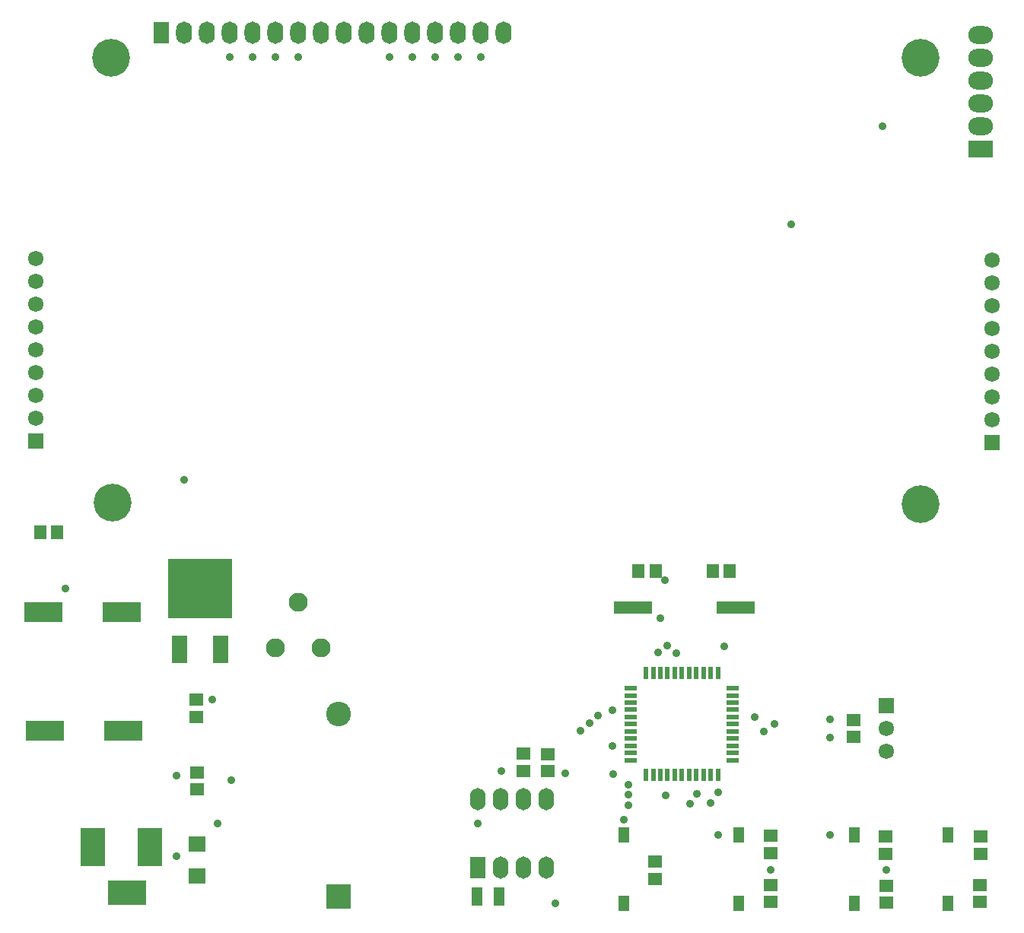
<source format=gts>
G04*
G04 #@! TF.GenerationSoftware,Altium Limited,Altium Designer,21.0.8 (223)*
G04*
G04 Layer_Color=8388736*
%FSTAX24Y24*%
%MOIN*%
G70*
G04*
G04 #@! TF.SameCoordinates,3F40436D-0E53-4E97-8F6E-D988C466AF24*
G04*
G04*
G04 #@! TF.FilePolarity,Negative*
G04*
G01*
G75*
%ADD23R,0.0530X0.0200*%
%ADD24R,0.0200X0.0530*%
%ADD31R,0.0474X0.0671*%
%ADD32R,0.0631X0.0552*%
%ADD33R,0.0730X0.0680*%
%ADD34R,0.2836X0.2639*%
%ADD35R,0.0671X0.1202*%
%ADD36R,0.1694X0.0867*%
%ADD37R,0.0552X0.0631*%
%ADD38R,0.0474X0.0789*%
%ADD39R,0.1655X0.0552*%
%ADD40C,0.0678*%
%ADD41R,0.0678X0.0678*%
%ADD42C,0.0830*%
%ADD43C,0.1655*%
%ADD44O,0.0700X0.0980*%
%ADD45R,0.0700X0.0980*%
%ADD46R,0.1080X0.0780*%
%ADD47O,0.1080X0.0780*%
%ADD48R,0.1080X0.1080*%
%ADD49C,0.1080*%
%ADD50R,0.1680X0.1080*%
%ADD51R,0.1080X0.1680*%
%ADD52R,0.0680X0.0980*%
%ADD53O,0.0680X0.0980*%
%ADD54C,0.0356*%
D23*
X045015Y017475D02*
D03*
Y01779D02*
D03*
Y018105D02*
D03*
Y01842D02*
D03*
Y018735D02*
D03*
Y01905D02*
D03*
Y019365D02*
D03*
Y01968D02*
D03*
Y019995D02*
D03*
Y02031D02*
D03*
Y020625D02*
D03*
X049485D02*
D03*
Y02031D02*
D03*
Y019995D02*
D03*
Y01968D02*
D03*
Y019365D02*
D03*
Y01905D02*
D03*
Y018735D02*
D03*
Y01842D02*
D03*
Y018105D02*
D03*
Y01779D02*
D03*
Y017475D02*
D03*
D24*
X045675Y021285D02*
D03*
X04599D02*
D03*
X046305D02*
D03*
X04662D02*
D03*
X046935D02*
D03*
X04725D02*
D03*
X047565D02*
D03*
X04788D02*
D03*
X048195D02*
D03*
X04851D02*
D03*
X048825D02*
D03*
Y016815D02*
D03*
X04851D02*
D03*
X048195D02*
D03*
X04788D02*
D03*
X047565D02*
D03*
X04725D02*
D03*
X046935D02*
D03*
X04662D02*
D03*
X046305D02*
D03*
X04599D02*
D03*
X045675D02*
D03*
D31*
X0447Y014196D02*
D03*
Y011204D02*
D03*
X04975Y014196D02*
D03*
Y011204D02*
D03*
X0589D02*
D03*
Y014196D02*
D03*
X0548Y011204D02*
D03*
Y014196D02*
D03*
D32*
X05115Y012D02*
D03*
Y011252D02*
D03*
X0603Y012D02*
D03*
Y011252D02*
D03*
X056199Y011972D02*
D03*
Y011224D02*
D03*
X046076Y012274D02*
D03*
Y013022D02*
D03*
X05115Y013402D02*
D03*
Y01415D02*
D03*
X054774Y018478D02*
D03*
Y019226D02*
D03*
X026001Y016178D02*
D03*
Y016926D02*
D03*
X025976Y020122D02*
D03*
Y019374D02*
D03*
X0403Y017D02*
D03*
Y017748D02*
D03*
X041374Y016978D02*
D03*
Y017726D02*
D03*
X060326Y014122D02*
D03*
Y013374D02*
D03*
X056176Y014122D02*
D03*
Y013374D02*
D03*
D33*
X026001Y0138D02*
D03*
Y01238D02*
D03*
D34*
X02615Y025D02*
D03*
D35*
X027052Y022343D02*
D03*
X025248D02*
D03*
D36*
X022763Y01875D02*
D03*
X019337D02*
D03*
X019287Y02395D02*
D03*
X022713D02*
D03*
D37*
X019124Y027451D02*
D03*
X019872D02*
D03*
X045347Y025753D02*
D03*
X046095D02*
D03*
X049348Y02575D02*
D03*
X0486D02*
D03*
D38*
X038258Y0115D02*
D03*
X039242D02*
D03*
D39*
X0451Y02415D02*
D03*
X0496D02*
D03*
D40*
X0562Y01785D02*
D03*
Y01885D02*
D03*
X01895Y03245D02*
D03*
Y03945D02*
D03*
Y03845D02*
D03*
Y03745D02*
D03*
Y03645D02*
D03*
Y03545D02*
D03*
Y03445D02*
D03*
Y03345D02*
D03*
X06085Y0324D02*
D03*
Y0394D02*
D03*
Y0384D02*
D03*
Y0374D02*
D03*
Y0364D02*
D03*
Y0354D02*
D03*
Y0344D02*
D03*
Y0334D02*
D03*
D41*
X0562Y01985D02*
D03*
X01895Y03145D02*
D03*
X06085Y0314D02*
D03*
D42*
X03145Y0224D02*
D03*
X03045Y0244D02*
D03*
X02945Y0224D02*
D03*
D43*
X02225Y04825D02*
D03*
X0223Y02875D02*
D03*
X0577Y04825D02*
D03*
Y0287D02*
D03*
D44*
X03945Y04935D02*
D03*
X03845D02*
D03*
X03745D02*
D03*
X03645D02*
D03*
X03545D02*
D03*
X03445D02*
D03*
X03345D02*
D03*
X03245D02*
D03*
X03145D02*
D03*
X03045D02*
D03*
X02945D02*
D03*
X02845D02*
D03*
X02745D02*
D03*
X02645D02*
D03*
X02545D02*
D03*
D45*
X02445D02*
D03*
D46*
X06035Y04425D02*
D03*
D47*
Y04525D02*
D03*
Y04625D02*
D03*
Y04725D02*
D03*
Y04825D02*
D03*
Y04925D02*
D03*
D48*
X0322Y0115D02*
D03*
D49*
Y0195D02*
D03*
D50*
X02295Y01165D02*
D03*
D51*
X02145Y01365D02*
D03*
X02395D02*
D03*
D52*
X0383Y01275D02*
D03*
D53*
X0393D02*
D03*
X0403D02*
D03*
X0413D02*
D03*
X0383Y01575D02*
D03*
X0393D02*
D03*
X0403D02*
D03*
X0413D02*
D03*
D54*
X05375Y01845D02*
D03*
Y01925D02*
D03*
X0442Y019655D02*
D03*
X02545Y02975D02*
D03*
X0275Y0166D02*
D03*
X0269Y014699D02*
D03*
X026678Y020122D02*
D03*
X02025Y025D02*
D03*
X0251D02*
D03*
X025106Y016806D02*
D03*
Y01325D02*
D03*
X05205Y04095D02*
D03*
X047Y02215D02*
D03*
X046195Y0222D02*
D03*
X046595Y022505D02*
D03*
X05605Y04525D02*
D03*
X03845Y0483D02*
D03*
X0513Y01905D02*
D03*
X05085Y018715D02*
D03*
X02745Y0483D02*
D03*
X02845D02*
D03*
X02945D02*
D03*
X03045D02*
D03*
X03445D02*
D03*
X03545D02*
D03*
X03645D02*
D03*
X03745D02*
D03*
X0562Y01265D02*
D03*
X05375Y0142D02*
D03*
X046497Y02535D02*
D03*
X0491Y02245D02*
D03*
X0463Y0237D02*
D03*
X0449Y0164D02*
D03*
Y01595D02*
D03*
X04885Y01605D02*
D03*
X043567Y019433D02*
D03*
X042153Y016897D02*
D03*
X0428Y01875D02*
D03*
X0432Y0191D02*
D03*
X046535Y015915D02*
D03*
X0449Y0155D02*
D03*
X0447Y01485D02*
D03*
X04425Y01685D02*
D03*
X0476Y01555D02*
D03*
X050435Y019365D02*
D03*
X04791Y016D02*
D03*
X048508Y015596D02*
D03*
X0442Y018105D02*
D03*
X0383Y0147D02*
D03*
X0417Y0112D02*
D03*
X05115Y01265D02*
D03*
X04885Y0142D02*
D03*
X03935Y017D02*
D03*
M02*

</source>
